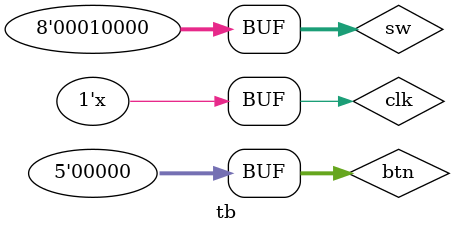
<source format=v>
`timescale 1ns / 1ps


module tb;

	// Inputs
	reg clk;
	reg [7:0] sw;
	reg [4:0] btn;

	// Outputs
	wire [3:0] i2s;

	// Instantiate the Unit Under Test (UUT)
	top uut (
		.clk(clk), 
		.sw(sw), 
		.btn(btn), 
		.i2s(i2s)
	);

	initial begin
		// Initialize Inputs
		clk = 0;
		sw = 0;
		btn = 0;

		// Wait 100 ns for global reset to finish
		#100000;
		
		// Assign E3 to switch 0
		sw[0] = 1;
		#1000000;
		btn[0] = 1;
		#1000000;
		btn[0] = 0;
		#1000000;
		
		// Play pitch
		btn[4] = 1;
		#1000000;
		btn[4] = 0;
		#1000000;
		
		btn[2] = 1;
		#1000000;
		btn[2] = 0;
		#1000000;
		btn[2] = 1;
		#1000000;
		btn[2] = 0;
		#1000000;
		btn[2] = 1;
		#1000000;
		btn[2] = 0;
		#1000000;
		btn[2] = 1;
		#1000000;
		btn[2] = 0;
		#1000000;
		
		btn[0] = 1;
		#1000000;
		btn[0] = 0;
		#1000000;
		
		// Insert E3 as first note in measure
		btn[1] = 1;
		#1000000;
		btn[1] = 0;
		#1000000;
		
		btn[1] = 1;
		#1000000;
		btn[1] = 0;
		#1000000;
		
		// Insert C3 as second note in measure
		sw[0] = 0;
		sw[1] = 1;
		#1000000;
		btn[1] = 1;
		#1000000;
		btn[1] = 0;
		#1000000;
		sw[1] = 0;
		sw[4] = 1;
		btn[1] = 1;
		#1000000;
		btn[1] = 0;
		#1000000;
		
		// Playback
		btn[4] = 1;
		#1000000;
		btn[4] = 0;
		
		#100000000;
	end
	
	always begin
		#1;
		clk = ~clk;
	end
      
endmodule

</source>
